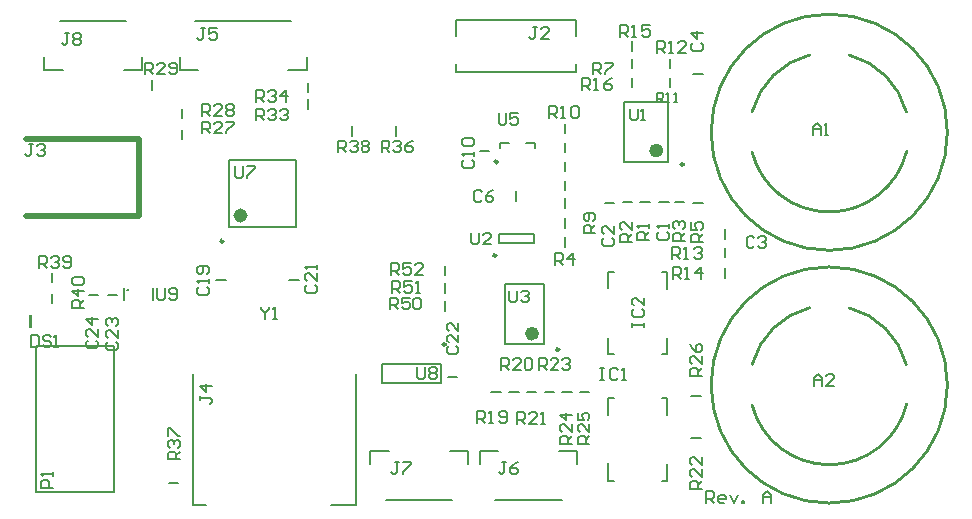
<source format=gto>
G04 Layer_Color=65535*
%FSLAX43Y43*%
%MOMM*%
G71*
G01*
G75*
%ADD40C,0.200*%
%ADD43C,0.600*%
%ADD61C,0.500*%
%ADD63C,0.250*%
%ADD64C,0.254*%
%ADD65C,0.150*%
%ADD66C,0.180*%
D40*
X55050Y29550D02*
Y34650D01*
X51350Y29550D02*
Y34650D01*
Y29550D02*
X55050D01*
X51350Y34650D02*
X55050D01*
X40700Y22700D02*
Y23500D01*
X43700Y22700D02*
Y23500D01*
X40700Y22700D02*
X43700D01*
X40700Y23500D02*
X43700D01*
X36200Y20000D02*
Y20800D01*
Y18500D02*
Y19300D01*
Y17000D02*
Y17800D01*
X2900Y17600D02*
Y18400D01*
Y19400D02*
Y20200D01*
X28300Y31800D02*
Y32600D01*
X12800Y2400D02*
X13600D01*
X32000Y31800D02*
Y32600D01*
X24600Y35500D02*
Y36300D01*
Y34100D02*
Y34900D01*
X11400Y35700D02*
Y36500D01*
X13900Y33300D02*
Y34100D01*
Y31500D02*
Y32300D01*
X57000Y9800D02*
X57800D01*
X47600Y10100D02*
X48400D01*
X46100D02*
X46900D01*
X44600D02*
X45400D01*
X57000Y6200D02*
X57800D01*
X43100Y10100D02*
X43900D01*
X41600D02*
X42400D01*
X40100D02*
X40900D01*
X46300Y27200D02*
Y28000D01*
Y28800D02*
Y29600D01*
X52000Y35900D02*
Y36700D01*
Y39000D02*
Y39800D01*
X59900Y19800D02*
Y20600D01*
Y21500D02*
Y22300D01*
X55200Y37500D02*
Y38300D01*
Y35900D02*
Y36700D01*
X46300Y32000D02*
Y32800D01*
Y24000D02*
Y24800D01*
Y30400D02*
Y31200D01*
X52000Y37500D02*
Y38300D01*
X46300Y25700D02*
Y26500D01*
X57200Y26100D02*
X58000D01*
X46300Y22400D02*
Y23200D01*
X55600Y26200D02*
X56400D01*
X51200Y26200D02*
X52000D01*
X52700D02*
X53500D01*
X6000Y18300D02*
X6800D01*
X7600Y18300D02*
X8400D01*
X36400Y11400D02*
X37200D01*
X23000Y19600D02*
X23800D01*
X16800D02*
X17600D01*
X39100Y30500D02*
X39900D01*
X42200Y26300D02*
Y27100D01*
X57200Y37000D02*
X58000D01*
X59900Y23100D02*
Y23900D01*
X49700Y26100D02*
X50500D01*
X54300Y26200D02*
X55100D01*
X14800Y500D02*
Y11600D01*
Y500D02*
X15900D01*
X28600Y500D02*
Y11600D01*
X26500Y500D02*
X28600D01*
X8950Y18400D02*
Y18870D01*
Y17930D02*
Y18400D01*
X11450Y17920D02*
Y18880D01*
X24445Y37350D02*
Y38450D01*
X22895Y37350D02*
X24445D01*
X13695D02*
X15245D01*
X13695D02*
Y38450D01*
X14995Y41550D02*
X23145D01*
X29850Y4050D02*
Y5150D01*
X31400D01*
X36550D02*
X38100D01*
Y4050D02*
Y5150D01*
X31150Y950D02*
X36800D01*
X39100Y4050D02*
Y5150D01*
X40650D01*
X45800D02*
X47350D01*
Y4050D02*
Y5150D01*
X40400Y950D02*
X46050D01*
X10500Y37350D02*
Y38450D01*
X8950Y37350D02*
X10500D01*
X2250D02*
X3800D01*
X2250D02*
Y38450D01*
X3550Y41550D02*
X9200D01*
X30800Y10900D02*
Y12500D01*
X35800Y10900D02*
Y12500D01*
X30800Y10900D02*
X35800D01*
X30800Y12500D02*
X35800D01*
X17850Y24050D02*
X23550D01*
X17850Y29750D02*
X23550D01*
X17850Y24050D02*
Y29750D01*
X23550Y24050D02*
Y29750D01*
X43000Y31200D02*
X43800D01*
Y30800D02*
Y31200D01*
X40800D02*
X41600D01*
X40800Y30800D02*
Y31200D01*
X50000Y13295D02*
Y14695D01*
Y18895D02*
Y20295D01*
X50500D01*
X54500D02*
X55000D01*
Y13295D02*
Y14695D01*
Y18795D02*
Y20295D01*
X54500Y13295D02*
X55000D01*
X50000D02*
X50500D01*
X1575Y13991D02*
X8115D01*
Y1609D02*
Y13991D01*
X1575Y1609D02*
Y13991D01*
Y1609D02*
X8115D01*
X55000Y8200D02*
Y9600D01*
Y2600D02*
Y4000D01*
X54500Y2600D02*
X55000D01*
X50000D02*
X50500D01*
X50000Y8200D02*
Y9600D01*
Y2600D02*
Y4100D01*
Y9600D02*
X50500D01*
X54500D02*
X55000D01*
X41249Y19250D02*
X44551D01*
X41249Y14150D02*
X44551D01*
X41249D02*
Y19250D01*
X44551Y14150D02*
Y19250D01*
X4366Y40500D02*
X4033D01*
X4200D01*
Y39667D01*
X4033Y39500D01*
X3867D01*
X3700Y39667D01*
X4700Y40333D02*
X4866Y40500D01*
X5200D01*
X5366Y40333D01*
Y40166D01*
X5200Y40000D01*
X5366Y39833D01*
Y39667D01*
X5200Y39500D01*
X4866D01*
X4700Y39667D01*
Y39833D01*
X4866Y40000D01*
X4700Y40166D01*
Y40333D01*
X4866Y40000D02*
X5200D01*
X67300Y31900D02*
Y32566D01*
X67633Y32900D01*
X67966Y32566D01*
Y31900D01*
Y32400D01*
X67300D01*
X68300Y31900D02*
X68633D01*
X68466D01*
Y32900D01*
X68300Y32733D01*
X67400Y10600D02*
Y11266D01*
X67733Y11600D01*
X68066Y11266D01*
Y10600D01*
Y11100D01*
X67400D01*
X69066Y10600D02*
X68400D01*
X69066Y11266D01*
Y11433D01*
X68900Y11600D01*
X68566D01*
X68400Y11433D01*
X54267Y23666D02*
X54100Y23500D01*
Y23167D01*
X54267Y23000D01*
X54933D01*
X55100Y23167D01*
Y23500D01*
X54933Y23666D01*
X55100Y24000D02*
Y24333D01*
Y24166D01*
X54100D01*
X54267Y24000D01*
X49667Y23166D02*
X49500Y23000D01*
Y22667D01*
X49667Y22500D01*
X50333D01*
X50500Y22667D01*
Y23000D01*
X50333Y23166D01*
X50500Y24166D02*
Y23500D01*
X49834Y24166D01*
X49667D01*
X49500Y24000D01*
Y23666D01*
X49667Y23500D01*
X62366Y23133D02*
X62200Y23300D01*
X61867D01*
X61700Y23133D01*
Y22467D01*
X61867Y22300D01*
X62200D01*
X62366Y22467D01*
X62700Y23133D02*
X62866Y23300D01*
X63200D01*
X63366Y23133D01*
Y22966D01*
X63200Y22800D01*
X63033D01*
X63200D01*
X63366Y22633D01*
Y22467D01*
X63200Y22300D01*
X62866D01*
X62700Y22467D01*
X57167Y39666D02*
X57000Y39500D01*
Y39167D01*
X57167Y39000D01*
X57833D01*
X58000Y39167D01*
Y39500D01*
X57833Y39666D01*
X58000Y40500D02*
X57000D01*
X57500Y40000D01*
Y40666D01*
X39266Y27033D02*
X39100Y27200D01*
X38767D01*
X38600Y27033D01*
Y26367D01*
X38767Y26200D01*
X39100D01*
X39266Y26367D01*
X40266Y27200D02*
X39933Y27033D01*
X39600Y26700D01*
Y26367D01*
X39766Y26200D01*
X40100D01*
X40266Y26367D01*
Y26533D01*
X40100Y26700D01*
X39600D01*
X37767Y29766D02*
X37600Y29600D01*
Y29267D01*
X37767Y29100D01*
X38433D01*
X38600Y29267D01*
Y29600D01*
X38433Y29766D01*
X38600Y30100D02*
Y30433D01*
Y30266D01*
X37600D01*
X37767Y30100D01*
Y30933D02*
X37600Y31099D01*
Y31433D01*
X37767Y31599D01*
X38433D01*
X38600Y31433D01*
Y31099D01*
X38433Y30933D01*
X37767D01*
X15367Y18966D02*
X15200Y18800D01*
Y18467D01*
X15367Y18300D01*
X16033D01*
X16200Y18467D01*
Y18800D01*
X16033Y18966D01*
X16200Y19300D02*
Y19633D01*
Y19466D01*
X15200D01*
X15367Y19300D01*
X16033Y20133D02*
X16200Y20299D01*
Y20633D01*
X16033Y20799D01*
X15367D01*
X15200Y20633D01*
Y20299D01*
X15367Y20133D01*
X15534D01*
X15700Y20299D01*
Y20799D01*
X24467Y19166D02*
X24300Y19000D01*
Y18667D01*
X24467Y18500D01*
X25133D01*
X25300Y18667D01*
Y19000D01*
X25133Y19166D01*
X25300Y20166D02*
Y19500D01*
X24634Y20166D01*
X24467D01*
X24300Y20000D01*
Y19666D01*
X24467Y19500D01*
X25300Y20499D02*
Y20833D01*
Y20666D01*
X24300D01*
X24467Y20499D01*
X36467Y13966D02*
X36300Y13800D01*
Y13467D01*
X36467Y13300D01*
X37133D01*
X37300Y13467D01*
Y13800D01*
X37133Y13966D01*
X37300Y14966D02*
Y14300D01*
X36634Y14966D01*
X36467D01*
X36300Y14800D01*
Y14466D01*
X36467Y14300D01*
X37300Y15966D02*
Y15299D01*
X36634Y15966D01*
X36467D01*
X36300Y15799D01*
Y15466D01*
X36467Y15299D01*
X7667Y14366D02*
X7500Y14200D01*
Y13867D01*
X7667Y13700D01*
X8333D01*
X8500Y13867D01*
Y14200D01*
X8333Y14366D01*
X8500Y15366D02*
Y14700D01*
X7834Y15366D01*
X7667D01*
X7500Y15200D01*
Y14866D01*
X7667Y14700D01*
Y15699D02*
X7500Y15866D01*
Y16199D01*
X7667Y16366D01*
X7834D01*
X8000Y16199D01*
Y16033D01*
Y16199D01*
X8167Y16366D01*
X8333D01*
X8500Y16199D01*
Y15866D01*
X8333Y15699D01*
X5967Y14466D02*
X5800Y14300D01*
Y13967D01*
X5967Y13800D01*
X6633D01*
X6800Y13967D01*
Y14300D01*
X6633Y14466D01*
X6800Y15466D02*
Y14800D01*
X6134Y15466D01*
X5967D01*
X5800Y15300D01*
Y14966D01*
X5967Y14800D01*
X6800Y16299D02*
X5800D01*
X6300Y15799D01*
Y16466D01*
X1100Y14900D02*
Y13900D01*
X1600D01*
X1766Y14067D01*
Y14733D01*
X1600Y14900D01*
X1100D01*
X2766Y14733D02*
X2600Y14900D01*
X2266D01*
X2100Y14733D01*
Y14566D01*
X2266Y14400D01*
X2600D01*
X2766Y14233D01*
Y14067D01*
X2600Y13900D01*
X2266D01*
X2100Y14067D01*
X3099Y13900D02*
X3433D01*
X3266D01*
Y14900D01*
X3099Y14733D01*
X49309Y12127D02*
X49642D01*
X49476D01*
Y11127D01*
X49309D01*
X49642D01*
X50809Y11960D02*
X50642Y12127D01*
X50309D01*
X50142Y11960D01*
Y11294D01*
X50309Y11127D01*
X50642D01*
X50809Y11294D01*
X51142Y11127D02*
X51475D01*
X51308D01*
Y12127D01*
X51142Y11960D01*
X52000Y15600D02*
Y15933D01*
Y15767D01*
X53000D01*
Y15600D01*
Y15933D01*
X52167Y17100D02*
X52000Y16933D01*
Y16600D01*
X52167Y16433D01*
X52833D01*
X53000Y16600D01*
Y16933D01*
X52833Y17100D01*
X53000Y18099D02*
Y17433D01*
X52334Y18099D01*
X52167D01*
X52000Y17933D01*
Y17599D01*
X52167Y17433D01*
X43966Y41000D02*
X43633D01*
X43800D01*
Y40167D01*
X43633Y40000D01*
X43467D01*
X43300Y40167D01*
X44966Y40000D02*
X44300D01*
X44966Y40666D01*
Y40833D01*
X44800Y41000D01*
X44466D01*
X44300Y40833D01*
X1266Y31100D02*
X933D01*
X1100D01*
Y30267D01*
X933Y30100D01*
X767D01*
X600Y30267D01*
X1600Y30933D02*
X1766Y31100D01*
X2100D01*
X2266Y30933D01*
Y30766D01*
X2100Y30600D01*
X1933D01*
X2100D01*
X2266Y30433D01*
Y30267D01*
X2100Y30100D01*
X1766D01*
X1600Y30267D01*
X15400Y9766D02*
Y9433D01*
Y9600D01*
X16233D01*
X16400Y9433D01*
Y9267D01*
X16233Y9100D01*
X16400Y10600D02*
X15400D01*
X15900Y10100D01*
Y10766D01*
X15866Y40900D02*
X15533D01*
X15700D01*
Y40067D01*
X15533Y39900D01*
X15367D01*
X15200Y40067D01*
X16866Y40900D02*
X16200D01*
Y40400D01*
X16533Y40566D01*
X16700D01*
X16866Y40400D01*
Y40067D01*
X16700Y39900D01*
X16366D01*
X16200Y40067D01*
X41366Y4200D02*
X41033D01*
X41200D01*
Y3367D01*
X41033Y3200D01*
X40867D01*
X40700Y3367D01*
X42366Y4200D02*
X42033Y4033D01*
X41700Y3700D01*
Y3367D01*
X41866Y3200D01*
X42200D01*
X42366Y3367D01*
Y3533D01*
X42200Y3700D01*
X41700D01*
X32266Y4200D02*
X31933D01*
X32100D01*
Y3367D01*
X31933Y3200D01*
X31767D01*
X31600Y3367D01*
X32600Y4200D02*
X33266D01*
Y4033D01*
X32600Y3367D01*
Y3200D01*
X3000Y2000D02*
X2000D01*
Y2500D01*
X2167Y2666D01*
X2500D01*
X2667Y2500D01*
Y2000D01*
X3000Y3000D02*
Y3333D01*
Y3166D01*
X2000D01*
X2167Y3000D01*
X53400Y23000D02*
X52400D01*
Y23500D01*
X52567Y23666D01*
X52900D01*
X53067Y23500D01*
Y23000D01*
Y23333D02*
X53400Y23666D01*
Y24000D02*
Y24333D01*
Y24166D01*
X52400D01*
X52567Y24000D01*
X52000Y22800D02*
X51000D01*
Y23300D01*
X51167Y23466D01*
X51500D01*
X51667Y23300D01*
Y22800D01*
Y23133D02*
X52000Y23466D01*
Y24466D02*
Y23800D01*
X51334Y24466D01*
X51167D01*
X51000Y24300D01*
Y23966D01*
X51167Y23800D01*
X56500Y22900D02*
X55500D01*
Y23400D01*
X55667Y23566D01*
X56000D01*
X56167Y23400D01*
Y22900D01*
Y23233D02*
X56500Y23566D01*
X55667Y23900D02*
X55500Y24066D01*
Y24400D01*
X55667Y24566D01*
X55834D01*
X56000Y24400D01*
Y24233D01*
Y24400D01*
X56167Y24566D01*
X56333D01*
X56500Y24400D01*
Y24066D01*
X56333Y23900D01*
X45500Y20900D02*
Y21900D01*
X46000D01*
X46166Y21733D01*
Y21400D01*
X46000Y21233D01*
X45500D01*
X45833D02*
X46166Y20900D01*
X47000D02*
Y21900D01*
X46500Y21400D01*
X47166D01*
X58000Y22800D02*
X57000D01*
Y23300D01*
X57167Y23466D01*
X57500D01*
X57667Y23300D01*
Y22800D01*
Y23133D02*
X58000Y23466D01*
X57000Y24466D02*
Y23800D01*
X57500D01*
X57334Y24133D01*
Y24300D01*
X57500Y24466D01*
X57833D01*
X58000Y24300D01*
Y23966D01*
X57833Y23800D01*
X48700Y37000D02*
Y38000D01*
X49200D01*
X49366Y37833D01*
Y37500D01*
X49200Y37333D01*
X48700D01*
X49033D02*
X49366Y37000D01*
X49700Y38000D02*
X50366D01*
Y37833D01*
X49700Y37167D01*
Y37000D01*
X48900Y23600D02*
X47900D01*
Y24100D01*
X48067Y24266D01*
X48400D01*
X48567Y24100D01*
Y23600D01*
Y23933D02*
X48900Y24266D01*
X48733Y24600D02*
X48900Y24766D01*
Y25100D01*
X48733Y25266D01*
X48067D01*
X47900Y25100D01*
Y24766D01*
X48067Y24600D01*
X48234D01*
X48400Y24766D01*
Y25266D01*
X45000Y33300D02*
Y34300D01*
X45500D01*
X45666Y34133D01*
Y33800D01*
X45500Y33633D01*
X45000D01*
X45333D02*
X45666Y33300D01*
X46000D02*
X46333D01*
X46166D01*
Y34300D01*
X46000Y34133D01*
X46833D02*
X46999Y34300D01*
X47333D01*
X47499Y34133D01*
Y33467D01*
X47333Y33300D01*
X46999D01*
X46833Y33467D01*
Y34133D01*
X54100Y34650D02*
Y35450D01*
X54500D01*
X54633Y35316D01*
Y35050D01*
X54500Y34917D01*
X54100D01*
X54367D02*
X54633Y34650D01*
X54900D02*
X55166D01*
X55033D01*
Y35450D01*
X54900Y35316D01*
X55566Y34650D02*
X55833D01*
X55699D01*
Y35450D01*
X55566Y35316D01*
X54100Y38800D02*
Y39800D01*
X54600D01*
X54766Y39633D01*
Y39300D01*
X54600Y39133D01*
X54100D01*
X54433D02*
X54766Y38800D01*
X55100D02*
X55433D01*
X55266D01*
Y39800D01*
X55100Y39633D01*
X56599Y38800D02*
X55933D01*
X56599Y39466D01*
Y39633D01*
X56433Y39800D01*
X56099D01*
X55933Y39633D01*
X55400Y21400D02*
Y22400D01*
X55900D01*
X56066Y22233D01*
Y21900D01*
X55900Y21733D01*
X55400D01*
X55733D02*
X56066Y21400D01*
X56400D02*
X56733D01*
X56566D01*
Y22400D01*
X56400Y22233D01*
X57233D02*
X57399Y22400D01*
X57733D01*
X57899Y22233D01*
Y22066D01*
X57733Y21900D01*
X57566D01*
X57733D01*
X57899Y21733D01*
Y21567D01*
X57733Y21400D01*
X57399D01*
X57233Y21567D01*
X55500Y19700D02*
Y20700D01*
X56000D01*
X56166Y20533D01*
Y20200D01*
X56000Y20033D01*
X55500D01*
X55833D02*
X56166Y19700D01*
X56500D02*
X56833D01*
X56666D01*
Y20700D01*
X56500Y20533D01*
X57833Y19700D02*
Y20700D01*
X57333Y20200D01*
X57999D01*
X51000Y40200D02*
Y41200D01*
X51500D01*
X51666Y41033D01*
Y40700D01*
X51500Y40533D01*
X51000D01*
X51333D02*
X51666Y40200D01*
X52000D02*
X52333D01*
X52166D01*
Y41200D01*
X52000Y41033D01*
X53499Y41200D02*
X52833D01*
Y40700D01*
X53166Y40866D01*
X53333D01*
X53499Y40700D01*
Y40367D01*
X53333Y40200D01*
X52999D01*
X52833Y40367D01*
X47800Y35700D02*
Y36700D01*
X48300D01*
X48466Y36533D01*
Y36200D01*
X48300Y36033D01*
X47800D01*
X48133D02*
X48466Y35700D01*
X48800D02*
X49133D01*
X48966D01*
Y36700D01*
X48800Y36533D01*
X50299Y36700D02*
X49966Y36533D01*
X49633Y36200D01*
Y35867D01*
X49799Y35700D01*
X50133D01*
X50299Y35867D01*
Y36033D01*
X50133Y36200D01*
X49633D01*
X38900Y7500D02*
Y8500D01*
X39400D01*
X39566Y8333D01*
Y8000D01*
X39400Y7833D01*
X38900D01*
X39233D02*
X39566Y7500D01*
X39900D02*
X40233D01*
X40066D01*
Y8500D01*
X39900Y8333D01*
X40733Y7667D02*
X40899Y7500D01*
X41233D01*
X41399Y7667D01*
Y8333D01*
X41233Y8500D01*
X40899D01*
X40733Y8333D01*
Y8166D01*
X40899Y8000D01*
X41399D01*
X40900Y12000D02*
Y13000D01*
X41400D01*
X41566Y12833D01*
Y12500D01*
X41400Y12333D01*
X40900D01*
X41233D02*
X41566Y12000D01*
X42566D02*
X41900D01*
X42566Y12666D01*
Y12833D01*
X42400Y13000D01*
X42066D01*
X41900Y12833D01*
X42899D02*
X43066Y13000D01*
X43399D01*
X43566Y12833D01*
Y12167D01*
X43399Y12000D01*
X43066D01*
X42899Y12167D01*
Y12833D01*
X42300Y7400D02*
Y8400D01*
X42800D01*
X42966Y8233D01*
Y7900D01*
X42800Y7733D01*
X42300D01*
X42633D02*
X42966Y7400D01*
X43966D02*
X43300D01*
X43966Y8066D01*
Y8233D01*
X43800Y8400D01*
X43466D01*
X43300Y8233D01*
X44299Y7400D02*
X44633D01*
X44466D01*
Y8400D01*
X44299Y8233D01*
X57900Y1900D02*
X56900D01*
Y2400D01*
X57067Y2566D01*
X57400D01*
X57567Y2400D01*
Y1900D01*
Y2233D02*
X57900Y2566D01*
Y3566D02*
Y2900D01*
X57234Y3566D01*
X57067D01*
X56900Y3400D01*
Y3066D01*
X57067Y2900D01*
X57900Y4566D02*
Y3899D01*
X57234Y4566D01*
X57067D01*
X56900Y4399D01*
Y4066D01*
X57067Y3899D01*
X44100Y12000D02*
Y13000D01*
X44600D01*
X44766Y12833D01*
Y12500D01*
X44600Y12333D01*
X44100D01*
X44433D02*
X44766Y12000D01*
X45766D02*
X45100D01*
X45766Y12666D01*
Y12833D01*
X45600Y13000D01*
X45266D01*
X45100Y12833D01*
X46099D02*
X46266Y13000D01*
X46599D01*
X46766Y12833D01*
Y12666D01*
X46599Y12500D01*
X46433D01*
X46599D01*
X46766Y12333D01*
Y12167D01*
X46599Y12000D01*
X46266D01*
X46099Y12167D01*
X46900Y5700D02*
X45900D01*
Y6200D01*
X46067Y6366D01*
X46400D01*
X46567Y6200D01*
Y5700D01*
Y6033D02*
X46900Y6366D01*
Y7366D02*
Y6700D01*
X46234Y7366D01*
X46067D01*
X45900Y7200D01*
Y6866D01*
X46067Y6700D01*
X46900Y8199D02*
X45900D01*
X46400Y7699D01*
Y8366D01*
X48400Y5700D02*
X47400D01*
Y6200D01*
X47567Y6366D01*
X47900D01*
X48067Y6200D01*
Y5700D01*
Y6033D02*
X48400Y6366D01*
Y7366D02*
Y6700D01*
X47734Y7366D01*
X47567D01*
X47400Y7200D01*
Y6866D01*
X47567Y6700D01*
X47400Y8366D02*
Y7699D01*
X47900D01*
X47734Y8033D01*
Y8199D01*
X47900Y8366D01*
X48233D01*
X48400Y8199D01*
Y7866D01*
X48233Y7699D01*
X57900Y11500D02*
X56900D01*
Y12000D01*
X57067Y12166D01*
X57400D01*
X57567Y12000D01*
Y11500D01*
Y11833D02*
X57900Y12166D01*
Y13166D02*
Y12500D01*
X57234Y13166D01*
X57067D01*
X56900Y13000D01*
Y12666D01*
X57067Y12500D01*
X56900Y14166D02*
X57067Y13833D01*
X57400Y13499D01*
X57733D01*
X57900Y13666D01*
Y13999D01*
X57733Y14166D01*
X57567D01*
X57400Y13999D01*
Y13499D01*
X15600Y32000D02*
Y33000D01*
X16100D01*
X16266Y32833D01*
Y32500D01*
X16100Y32333D01*
X15600D01*
X15933D02*
X16266Y32000D01*
X17266D02*
X16600D01*
X17266Y32666D01*
Y32833D01*
X17100Y33000D01*
X16766D01*
X16600Y32833D01*
X17599Y33000D02*
X18266D01*
Y32833D01*
X17599Y32167D01*
Y32000D01*
X15600Y33500D02*
Y34500D01*
X16100D01*
X16266Y34333D01*
Y34000D01*
X16100Y33833D01*
X15600D01*
X15933D02*
X16266Y33500D01*
X17266D02*
X16600D01*
X17266Y34166D01*
Y34333D01*
X17100Y34500D01*
X16766D01*
X16600Y34333D01*
X17599D02*
X17766Y34500D01*
X18099D01*
X18266Y34333D01*
Y34166D01*
X18099Y34000D01*
X18266Y33833D01*
Y33667D01*
X18099Y33500D01*
X17766D01*
X17599Y33667D01*
Y33833D01*
X17766Y34000D01*
X17599Y34166D01*
Y34333D01*
X17766Y34000D02*
X18099D01*
X10800Y37000D02*
Y38000D01*
X11300D01*
X11466Y37833D01*
Y37500D01*
X11300Y37333D01*
X10800D01*
X11133D02*
X11466Y37000D01*
X12466D02*
X11800D01*
X12466Y37666D01*
Y37833D01*
X12300Y38000D01*
X11966D01*
X11800Y37833D01*
X12799Y37167D02*
X12966Y37000D01*
X13299D01*
X13466Y37167D01*
Y37833D01*
X13299Y38000D01*
X12966D01*
X12799Y37833D01*
Y37666D01*
X12966Y37500D01*
X13466D01*
X20200Y33100D02*
Y34100D01*
X20700D01*
X20866Y33933D01*
Y33600D01*
X20700Y33433D01*
X20200D01*
X20533D02*
X20866Y33100D01*
X21200Y33933D02*
X21366Y34100D01*
X21700D01*
X21866Y33933D01*
Y33766D01*
X21700Y33600D01*
X21533D01*
X21700D01*
X21866Y33433D01*
Y33267D01*
X21700Y33100D01*
X21366D01*
X21200Y33267D01*
X22199Y33933D02*
X22366Y34100D01*
X22699D01*
X22866Y33933D01*
Y33766D01*
X22699Y33600D01*
X22533D01*
X22699D01*
X22866Y33433D01*
Y33267D01*
X22699Y33100D01*
X22366D01*
X22199Y33267D01*
X20200Y34700D02*
Y35700D01*
X20700D01*
X20866Y35533D01*
Y35200D01*
X20700Y35033D01*
X20200D01*
X20533D02*
X20866Y34700D01*
X21200Y35533D02*
X21366Y35700D01*
X21700D01*
X21866Y35533D01*
Y35366D01*
X21700Y35200D01*
X21533D01*
X21700D01*
X21866Y35033D01*
Y34867D01*
X21700Y34700D01*
X21366D01*
X21200Y34867D01*
X22699Y34700D02*
Y35700D01*
X22199Y35200D01*
X22866D01*
X30800Y30400D02*
Y31400D01*
X31300D01*
X31466Y31233D01*
Y30900D01*
X31300Y30733D01*
X30800D01*
X31133D02*
X31466Y30400D01*
X31800Y31233D02*
X31966Y31400D01*
X32300D01*
X32466Y31233D01*
Y31066D01*
X32300Y30900D01*
X32133D01*
X32300D01*
X32466Y30733D01*
Y30567D01*
X32300Y30400D01*
X31966D01*
X31800Y30567D01*
X33466Y31400D02*
X33133Y31233D01*
X32799Y30900D01*
Y30567D01*
X32966Y30400D01*
X33299D01*
X33466Y30567D01*
Y30733D01*
X33299Y30900D01*
X32799D01*
X13700Y4400D02*
X12700D01*
Y4900D01*
X12867Y5066D01*
X13200D01*
X13367Y4900D01*
Y4400D01*
Y4733D02*
X13700Y5066D01*
X12867Y5400D02*
X12700Y5566D01*
Y5900D01*
X12867Y6066D01*
X13034D01*
X13200Y5900D01*
Y5733D01*
Y5900D01*
X13367Y6066D01*
X13533D01*
X13700Y5900D01*
Y5566D01*
X13533Y5400D01*
X12700Y6399D02*
Y7066D01*
X12867D01*
X13533Y6399D01*
X13700D01*
X27100Y30400D02*
Y31400D01*
X27600D01*
X27766Y31233D01*
Y30900D01*
X27600Y30733D01*
X27100D01*
X27433D02*
X27766Y30400D01*
X28100Y31233D02*
X28266Y31400D01*
X28600D01*
X28766Y31233D01*
Y31066D01*
X28600Y30900D01*
X28433D01*
X28600D01*
X28766Y30733D01*
Y30567D01*
X28600Y30400D01*
X28266D01*
X28100Y30567D01*
X29099Y31233D02*
X29266Y31400D01*
X29599D01*
X29766Y31233D01*
Y31066D01*
X29599Y30900D01*
X29766Y30733D01*
Y30567D01*
X29599Y30400D01*
X29266D01*
X29099Y30567D01*
Y30733D01*
X29266Y30900D01*
X29099Y31066D01*
Y31233D01*
X29266Y30900D02*
X29599D01*
X1800Y20600D02*
Y21600D01*
X2300D01*
X2466Y21433D01*
Y21100D01*
X2300Y20933D01*
X1800D01*
X2133D02*
X2466Y20600D01*
X2800Y21433D02*
X2966Y21600D01*
X3300D01*
X3466Y21433D01*
Y21266D01*
X3300Y21100D01*
X3133D01*
X3300D01*
X3466Y20933D01*
Y20767D01*
X3300Y20600D01*
X2966D01*
X2800Y20767D01*
X3799D02*
X3966Y20600D01*
X4299D01*
X4466Y20767D01*
Y21433D01*
X4299Y21600D01*
X3966D01*
X3799Y21433D01*
Y21266D01*
X3966Y21100D01*
X4466D01*
X5600Y17200D02*
X4600D01*
Y17700D01*
X4767Y17866D01*
X5100D01*
X5267Y17700D01*
Y17200D01*
Y17533D02*
X5600Y17866D01*
Y18700D02*
X4600D01*
X5100Y18200D01*
Y18866D01*
X4767Y19199D02*
X4600Y19366D01*
Y19699D01*
X4767Y19866D01*
X5433D01*
X5600Y19699D01*
Y19366D01*
X5433Y19199D01*
X4767D01*
X31500Y17100D02*
Y18100D01*
X32000D01*
X32166Y17933D01*
Y17600D01*
X32000Y17433D01*
X31500D01*
X31833D02*
X32166Y17100D01*
X33166Y18100D02*
X32500D01*
Y17600D01*
X32833Y17766D01*
X33000D01*
X33166Y17600D01*
Y17267D01*
X33000Y17100D01*
X32666D01*
X32500Y17267D01*
X33499Y17933D02*
X33666Y18100D01*
X33999D01*
X34166Y17933D01*
Y17267D01*
X33999Y17100D01*
X33666D01*
X33499Y17267D01*
Y17933D01*
X31700Y18500D02*
Y19500D01*
X32200D01*
X32366Y19333D01*
Y19000D01*
X32200Y18833D01*
X31700D01*
X32033D02*
X32366Y18500D01*
X33366Y19500D02*
X32700D01*
Y19000D01*
X33033Y19166D01*
X33200D01*
X33366Y19000D01*
Y18667D01*
X33200Y18500D01*
X32866D01*
X32700Y18667D01*
X33699Y18500D02*
X34033D01*
X33866D01*
Y19500D01*
X33699Y19333D01*
X31600Y20000D02*
Y21000D01*
X32100D01*
X32266Y20833D01*
Y20500D01*
X32100Y20333D01*
X31600D01*
X31933D02*
X32266Y20000D01*
X33266Y21000D02*
X32600D01*
Y20500D01*
X32933Y20666D01*
X33100D01*
X33266Y20500D01*
Y20167D01*
X33100Y20000D01*
X32766D01*
X32600Y20167D01*
X34266Y20000D02*
X33599D01*
X34266Y20666D01*
Y20833D01*
X34099Y21000D01*
X33766D01*
X33599Y20833D01*
X51800Y34100D02*
Y33267D01*
X51967Y33100D01*
X52300D01*
X52466Y33267D01*
Y34100D01*
X52800Y33100D02*
X53133D01*
X52966D01*
Y34100D01*
X52800Y33933D01*
X38400Y23600D02*
Y22767D01*
X38567Y22600D01*
X38900D01*
X39066Y22767D01*
Y23600D01*
X40066Y22600D02*
X39400D01*
X40066Y23266D01*
Y23433D01*
X39900Y23600D01*
X39566D01*
X39400Y23433D01*
X41600Y18700D02*
Y17867D01*
X41767Y17700D01*
X42100D01*
X42266Y17867D01*
Y18700D01*
X42600Y18533D02*
X42766Y18700D01*
X43100D01*
X43266Y18533D01*
Y18366D01*
X43100Y18200D01*
X42933D01*
X43100D01*
X43266Y18033D01*
Y17867D01*
X43100Y17700D01*
X42766D01*
X42600Y17867D01*
X40700Y33700D02*
Y32867D01*
X40867Y32700D01*
X41200D01*
X41366Y32867D01*
Y33700D01*
X42366D02*
X41700D01*
Y33200D01*
X42033Y33366D01*
X42200D01*
X42366Y33200D01*
Y32867D01*
X42200Y32700D01*
X41866D01*
X41700Y32867D01*
X18400Y29200D02*
Y28367D01*
X18567Y28200D01*
X18900D01*
X19066Y28367D01*
Y29200D01*
X19400D02*
X20066D01*
Y29033D01*
X19400Y28367D01*
Y28200D01*
X33800Y12200D02*
Y11367D01*
X33967Y11200D01*
X34300D01*
X34466Y11367D01*
Y12200D01*
X34800Y12033D02*
X34966Y12200D01*
X35300D01*
X35466Y12033D01*
Y11866D01*
X35300Y11700D01*
X35466Y11533D01*
Y11367D01*
X35300Y11200D01*
X34966D01*
X34800Y11367D01*
Y11533D01*
X34966Y11700D01*
X34800Y11866D01*
Y12033D01*
X34966Y11700D02*
X35300D01*
X11800Y18900D02*
Y18067D01*
X11967Y17900D01*
X12300D01*
X12466Y18067D01*
Y18900D01*
X12800Y18067D02*
X12966Y17900D01*
X13300D01*
X13466Y18067D01*
Y18733D01*
X13300Y18900D01*
X12966D01*
X12800Y18733D01*
Y18566D01*
X12966Y18400D01*
X13466D01*
X20600Y17300D02*
Y17133D01*
X20933Y16800D01*
X21266Y17133D01*
Y17300D01*
X20933Y16800D02*
Y16300D01*
X21600D02*
X21933D01*
X21766D01*
Y17300D01*
X21600Y17133D01*
D43*
X54350Y30550D02*
G03*
X54350Y30550I-300J0D01*
G01*
X19150Y25050D02*
G03*
X19150Y25050I-300J0D01*
G01*
X43835Y15049D02*
G03*
X43835Y15049I-300J0D01*
G01*
D61*
X700Y31550D02*
X10250D01*
Y25050D02*
Y31550D01*
X700Y25050D02*
X10250D01*
D63*
X56375Y29375D02*
G03*
X56375Y29375I-125J0D01*
G01*
X40500Y21675D02*
G03*
X40500Y21675I-125J0D01*
G01*
X9300Y18730D02*
G03*
X9300Y18730I-10J0D01*
G01*
X36230Y14150D02*
G03*
X36230Y14150I-125J0D01*
G01*
X17400Y22875D02*
G03*
X17400Y22875I-125J0D01*
G01*
X40625Y29600D02*
G03*
X40625Y29600I-125J0D01*
G01*
X45825Y13700D02*
G03*
X45825Y13700I-125J0D01*
G01*
D64*
X67038Y17242D02*
G03*
X62183Y12459I1662J-6542D01*
G01*
X75230Y12408D02*
G03*
X70408Y17230I-6530J-1708D01*
G01*
X62163Y9016D02*
G03*
X75254Y9085I6537J1684D01*
G01*
X78700Y10700D02*
G03*
X78700Y10700I-10000J0D01*
G01*
Y32100D02*
G03*
X78700Y32100I-10000J0D01*
G01*
X62163Y30416D02*
G03*
X75254Y30485I6537J1684D01*
G01*
X75230Y33808D02*
G03*
X70408Y38630I-6530J-1708D01*
G01*
X67038Y38642D02*
G03*
X62183Y33859I1662J-6542D01*
G01*
D65*
X37120Y37219D02*
Y37854D01*
X47275Y37219D02*
Y37849D01*
Y40272D02*
Y41594D01*
X37120Y40267D02*
Y41594D01*
X47275D01*
X37120Y37219D02*
X47275D01*
X1100Y15600D02*
Y16600D01*
X1000Y15600D02*
Y16600D01*
D66*
X58300Y700D02*
Y1700D01*
X58800D01*
X58966Y1533D01*
Y1200D01*
X58800Y1033D01*
X58300D01*
X58633D02*
X58966Y700D01*
X59800D02*
X59466D01*
X59300Y867D01*
Y1200D01*
X59466Y1366D01*
X59800D01*
X59966Y1200D01*
Y1033D01*
X59300D01*
X60299Y1366D02*
X60633Y700D01*
X60966Y1366D01*
X61299Y700D02*
Y867D01*
X61466D01*
Y700D01*
X61299D01*
X63132D02*
Y1366D01*
X63465Y1700D01*
X63798Y1366D01*
Y700D01*
Y1200D01*
X63132D01*
M02*

</source>
